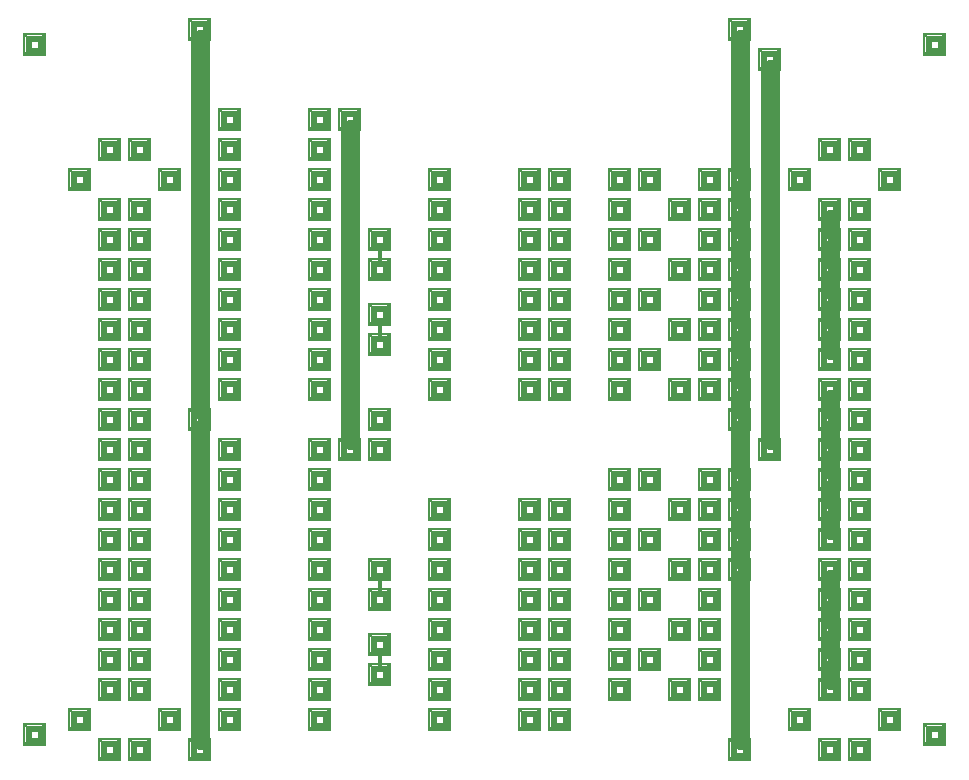
<source format=gtl>
%MOIN*%
%FSLAX23Y23*%
%ADD10C,.012*%
%ADD11C,.062*%
%ADD12C,.050X.024*%
%ADD13R,.062X.062X.024*%
%ADD14C,.016*%
%ADD15R,.008X.062*%
%ADD16R,.062X.008*%
%ADD17C,.008*%
%LPD*%
G90*X0Y0D02*D13*X100Y150D03*D14*X131Y181D03*      
Y119D03*X69Y181D03*Y119D03*D15*X135Y150D03*X65D03*
D16*X100Y185D03*Y115D03*D13*X250Y200D03*D14*      
X281Y231D03*Y169D03*X219Y231D03*Y169D03*D15*      
X285Y200D03*X215D03*D16*X250Y235D03*Y165D03*D13*  
X350Y100D03*D14*X381Y131D03*Y69D03*X319Y131D03*   
Y69D03*D15*X385Y100D03*X315D03*D16*X350Y135D03*   
Y65D03*D13*Y300D03*D14*X381Y331D03*Y269D03*       
X319Y331D03*Y269D03*D15*X385Y300D03*X315D03*D16*  
X350Y335D03*Y265D03*D13*Y400D03*D14*X381Y431D03*  
Y369D03*X319Y431D03*Y369D03*D15*X385Y400D03*      
X315D03*D16*X350Y435D03*Y365D03*D13*X450Y100D03*  
D14*X481Y131D03*Y69D03*X419Y131D03*Y69D03*D15*    
X485Y100D03*X415D03*D16*X450Y135D03*Y65D03*D13*   
Y300D03*D14*X481Y331D03*Y269D03*X419Y331D03*      
Y269D03*D15*X485Y300D03*X415D03*D16*X450Y335D03*  
Y265D03*D13*Y400D03*D14*X481Y431D03*Y369D03*      
X419Y431D03*Y369D03*D15*X485Y400D03*X415D03*D16*  
X450Y435D03*Y365D03*D13*Y500D03*D14*X481Y531D03*  
Y469D03*X419Y531D03*Y469D03*D15*X485Y500D03*      
X415D03*D16*X450Y535D03*Y465D03*D13*X350Y500D03*  
D14*X381Y531D03*Y469D03*X319Y531D03*Y469D03*D15*  
X385Y500D03*X315D03*D16*X350Y535D03*Y465D03*D13*  
X550Y200D03*D14*X581Y231D03*Y169D03*X519Y231D03*  
Y169D03*D15*X585Y200D03*X515D03*D16*X550Y235D03*  
Y165D03*D13*X450Y600D03*D14*X481Y631D03*Y569D03*  
X419Y631D03*Y569D03*D15*X485Y600D03*X415D03*D16*  
X450Y635D03*Y565D03*D13*X350Y600D03*D14*          
X381Y631D03*Y569D03*X319Y631D03*Y569D03*D15*      
X385Y600D03*X315D03*D16*X350Y635D03*Y565D03*D13*  
X650Y100D03*D14*X681Y131D03*Y69D03*X619Y131D03*   
Y69D03*D15*X685Y100D03*X615D03*D16*X650Y135D03*   
Y65D03*Y131D02*D11*Y1169D01*D13*Y1200D03*D14*     
X681Y1231D03*Y1169D03*X619Y1231D03*Y1169D03*D15*  
X685Y1200D03*X615D03*D16*X650Y1235D03*Y1165D03*   
Y1231D02*D11*Y2469D01*D13*Y2500D03*D14*           
X681Y2531D03*Y2469D03*X619Y2531D03*Y2469D03*D15*  
X685Y2500D03*X615D03*D16*X650Y2535D03*Y2465D03*   
D13*X750Y2200D03*D14*X781Y2231D03*Y2169D03*       
X719Y2231D03*Y2169D03*D15*X785Y2200D03*X715D03*   
D16*X750Y2235D03*Y2165D03*D13*X1050Y2100D03*D14*  
X1081Y2131D03*Y2069D03*X1019Y2131D03*Y2069D03*D15*
X1085Y2100D03*X1015D03*D16*X1050Y2135D03*Y2065D03*
D13*Y2200D03*D14*X1081Y2231D03*Y2169D03*          
X1019Y2231D03*Y2169D03*D15*X1085Y2200D03*X1015D03*
D16*X1050Y2235D03*Y2165D03*D13*X350Y2100D03*D14*  
X381Y2131D03*Y2069D03*X319Y2131D03*Y2069D03*D15*  
X385Y2100D03*X315D03*D16*X350Y2135D03*Y2065D03*   
D13*X450Y2100D03*D14*X481Y2131D03*Y2069D03*       
X419Y2131D03*Y2069D03*D15*X485Y2100D03*X415D03*   
D16*X450Y2135D03*Y2065D03*D13*X750Y2100D03*D14*   
X781Y2131D03*Y2069D03*X719Y2131D03*Y2069D03*D15*  
X785Y2100D03*X715D03*D16*X750Y2135D03*Y2065D03*   
D13*X250Y2000D03*D14*X281Y2031D03*Y1969D03*       
X219Y2031D03*Y1969D03*D15*X285Y2000D03*X215D03*   
D16*X250Y2035D03*Y1965D03*D13*X1150Y2200D03*D14*  
X1181Y2231D03*Y2169D03*X1119Y2231D03*Y2169D03*D15*
X1185Y2200D03*X1115D03*D16*X1150Y2235D03*Y2165D03*
Y2169D02*D11*Y1131D01*D13*Y1100D03*D14*           
X1181Y1131D03*Y1069D03*X1119Y1131D03*Y1069D03*D15*
X1185Y1100D03*X1115D03*D16*X1150Y1135D03*Y1065D03*
D13*X1250Y1200D03*D14*X1281Y1231D03*Y1169D03*     
X1219Y1231D03*Y1169D03*D15*X1285Y1200D03*X1215D03*
D16*X1250Y1235D03*Y1165D03*D13*X1050Y1000D03*D14* 
X1081Y1031D03*Y969D03*X1019Y1031D03*Y969D03*D15*  
X1085Y1000D03*X1015D03*D16*X1050Y1035D03*Y965D03* 
D13*X1250Y1100D03*D14*X1281Y1131D03*Y1069D03*     
X1219Y1131D03*Y1069D03*D15*X1285Y1100D03*X1215D03*
D16*X1250Y1135D03*Y1065D03*D13*X1050Y1100D03*D14* 
X1081Y1131D03*Y1069D03*X1019Y1131D03*Y1069D03*D15*
X1085Y1100D03*X1015D03*D16*X1050Y1135D03*Y1065D03*
D13*Y900D03*D14*X1081Y931D03*Y869D03*X1019Y931D03*
Y869D03*D15*X1085Y900D03*X1015D03*D16*            
X1050Y935D03*Y865D03*D13*Y1300D03*D14*            
X1081Y1331D03*Y1269D03*X1019Y1331D03*Y1269D03*D15*
X1085Y1300D03*X1015D03*D16*X1050Y1335D03*Y1265D03*
D13*X1450Y800D03*D14*X1481Y831D03*Y769D03*        
X1419Y831D03*Y769D03*D15*X1485Y800D03*X1415D03*   
D16*X1450Y835D03*Y765D03*D13*Y1400D03*D14*        
X1481Y1431D03*Y1369D03*X1419Y1431D03*Y1369D03*D15*
X1485Y1400D03*X1415D03*D16*X1450Y1435D03*Y1365D03*
D13*Y900D03*D14*X1481Y931D03*Y869D03*X1419Y931D03*
Y869D03*D15*X1485Y900D03*X1415D03*D16*            
X1450Y935D03*Y865D03*D13*X1050Y800D03*D14*        
X1081Y831D03*Y769D03*X1019Y831D03*Y769D03*D15*    
X1085Y800D03*X1015D03*D16*X1050Y835D03*Y765D03*   
D13*Y1400D03*D14*X1081Y1431D03*Y1369D03*          
X1019Y1431D03*Y1369D03*D15*X1085Y1400D03*X1015D03*
D16*X1050Y1435D03*Y1365D03*D13*X1450Y1300D03*D14* 
X1481Y1331D03*Y1269D03*X1419Y1331D03*Y1269D03*D15*
X1485Y1300D03*X1415D03*D16*X1450Y1335D03*Y1265D03*
D13*X1250Y1450D03*D14*X1281Y1481D03*Y1419D03*     
X1219Y1481D03*Y1419D03*D15*X1285Y1450D03*X1215D03*
D16*X1250Y1485D03*Y1415D03*Y1481D02*D10*Y1519D01* 
D13*Y1550D03*D14*X1281Y1581D03*Y1519D03*          
X1219Y1581D03*Y1519D03*D15*X1285Y1550D03*X1215D03*
D16*X1250Y1585D03*Y1515D03*D13*Y1700D03*D14*      
X1281Y1731D03*Y1669D03*X1219Y1731D03*Y1669D03*D15*
X1285Y1700D03*X1215D03*D16*X1250Y1735D03*Y1665D03*
Y1731D02*D10*Y1769D01*D13*Y1800D03*D14*           
X1281Y1831D03*Y1769D03*X1219Y1831D03*Y1769D03*D15*
X1285Y1800D03*X1215D03*D16*X1250Y1835D03*Y1765D03*
D13*X1450Y1600D03*D14*X1481Y1631D03*Y1569D03*     
X1419Y1631D03*Y1569D03*D15*X1485Y1600D03*X1415D03*
D16*X1450Y1635D03*Y1565D03*D13*Y2000D03*D14*      
X1481Y2031D03*Y1969D03*X1419Y2031D03*Y1969D03*D15*
X1485Y2000D03*X1415D03*D16*X1450Y2035D03*Y1965D03*
D13*X1050Y2000D03*D14*X1081Y2031D03*Y1969D03*     
X1019Y2031D03*Y1969D03*D15*X1085Y2000D03*X1015D03*
D16*X1050Y2035D03*Y1965D03*D13*Y1600D03*D14*      
X1081Y1631D03*Y1569D03*X1019Y1631D03*Y1569D03*D15*
X1085Y1600D03*X1015D03*D16*X1050Y1635D03*Y1565D03*
D13*X1450Y1700D03*D14*X1481Y1731D03*Y1669D03*     
X1419Y1731D03*Y1669D03*D15*X1485Y1700D03*X1415D03*
D16*X1450Y1735D03*Y1665D03*D13*X1050Y1900D03*D14* 
X1081Y1931D03*Y1869D03*X1019Y1931D03*Y1869D03*D15*
X1085Y1900D03*X1015D03*D16*X1050Y1935D03*Y1865D03*
D13*X1450Y1800D03*D14*X1481Y1831D03*Y1769D03*     
X1419Y1831D03*Y1769D03*D15*X1485Y1800D03*X1415D03*
D16*X1450Y1835D03*Y1765D03*D13*X1050Y1800D03*D14* 
X1081Y1831D03*Y1769D03*X1019Y1831D03*Y1769D03*D15*
X1085Y1800D03*X1015D03*D16*X1050Y1835D03*Y1765D03*
D13*X1450Y1900D03*D14*X1481Y1931D03*Y1869D03*     
X1419Y1931D03*Y1869D03*D15*X1485Y1900D03*X1415D03*
D16*X1450Y1935D03*Y1865D03*D13*X1050Y1700D03*D14* 
X1081Y1731D03*Y1669D03*X1019Y1731D03*Y1669D03*D15*
X1085Y1700D03*X1015D03*D16*X1050Y1735D03*Y1665D03*
D13*Y1500D03*D14*X1081Y1531D03*Y1469D03*          
X1019Y1531D03*Y1469D03*D15*X1085Y1500D03*X1015D03*
D16*X1050Y1535D03*Y1465D03*D13*X1450Y1500D03*D14* 
X1481Y1531D03*Y1469D03*X1419Y1531D03*Y1469D03*D15*
X1485Y1500D03*X1415D03*D16*X1450Y1535D03*Y1465D03*
D13*X1750Y1300D03*D14*X1781Y1331D03*Y1269D03*     
X1719Y1331D03*Y1269D03*D15*X1785Y1300D03*X1715D03*
D16*X1750Y1335D03*Y1265D03*D13*X750Y1300D03*D14*  
X781Y1331D03*Y1269D03*X719Y1331D03*Y1269D03*D15*  
X785Y1300D03*X715D03*D16*X750Y1335D03*Y1265D03*   
D13*X1750Y1400D03*D14*X1781Y1431D03*Y1369D03*     
X1719Y1431D03*Y1369D03*D15*X1785Y1400D03*X1715D03*
D16*X1750Y1435D03*Y1365D03*D13*Y1500D03*D14*      
X1781Y1531D03*Y1469D03*X1719Y1531D03*Y1469D03*D15*
X1785Y1500D03*X1715D03*D16*X1750Y1535D03*Y1465D03*
D13*Y1600D03*D14*X1781Y1631D03*Y1569D03*          
X1719Y1631D03*Y1569D03*D15*X1785Y1600D03*X1715D03*
D16*X1750Y1635D03*Y1565D03*D13*X750Y2000D03*D14*  
X781Y2031D03*Y1969D03*X719Y2031D03*Y1969D03*D15*  
X785Y2000D03*X715D03*D16*X750Y2035D03*Y1965D03*   
D13*X1750Y1700D03*D14*X1781Y1731D03*Y1669D03*     
X1719Y1731D03*Y1669D03*D15*X1785Y1700D03*X1715D03*
D16*X1750Y1735D03*Y1665D03*D13*X750Y1900D03*D14*  
X781Y1931D03*Y1869D03*X719Y1931D03*Y1869D03*D15*  
X785Y1900D03*X715D03*D16*X750Y1935D03*Y1865D03*   
D13*X1750Y1800D03*D14*X1781Y1831D03*Y1769D03*     
X1719Y1831D03*Y1769D03*D15*X1785Y1800D03*X1715D03*
D16*X1750Y1835D03*Y1765D03*D13*X750Y1800D03*D14*  
X781Y1831D03*Y1769D03*X719Y1831D03*Y1769D03*D15*  
X785Y1800D03*X715D03*D16*X750Y1835D03*Y1765D03*   
D13*X1750Y1900D03*D14*X1781Y1931D03*Y1869D03*     
X1719Y1931D03*Y1869D03*D15*X1785Y1900D03*X1715D03*
D16*X1750Y1935D03*Y1865D03*D13*X750Y1700D03*D14*  
X781Y1731D03*Y1669D03*X719Y1731D03*Y1669D03*D15*  
X785Y1700D03*X715D03*D16*X750Y1735D03*Y1665D03*   
D13*X1750Y2000D03*D14*X1781Y2031D03*Y1969D03*     
X1719Y2031D03*Y1969D03*D15*X1785Y2000D03*X1715D03*
D16*X1750Y2035D03*Y1965D03*D13*X750Y1600D03*D14*  
X781Y1631D03*Y1569D03*X719Y1631D03*Y1569D03*D15*  
X785Y1600D03*X715D03*D16*X750Y1635D03*Y1565D03*   
D13*Y1500D03*D14*X781Y1531D03*Y1469D03*           
X719Y1531D03*Y1469D03*D15*X785Y1500D03*X715D03*   
D16*X750Y1535D03*Y1465D03*D13*Y1400D03*D14*       
X781Y1431D03*Y1369D03*X719Y1431D03*Y1369D03*D15*  
X785Y1400D03*X715D03*D16*X750Y1435D03*Y1365D03*   
D13*X1850Y1300D03*D14*X1881Y1331D03*Y1269D03*     
X1819Y1331D03*Y1269D03*D15*X1885Y1300D03*X1815D03*
D16*X1850Y1335D03*Y1265D03*D13*Y1400D03*D14*      
X1881Y1431D03*Y1369D03*X1819Y1431D03*Y1369D03*D15*
X1885Y1400D03*X1815D03*D16*X1850Y1435D03*Y1365D03*
D13*Y1500D03*D14*X1881Y1531D03*Y1469D03*          
X1819Y1531D03*Y1469D03*D15*X1885Y1500D03*X1815D03*
D16*X1850Y1535D03*Y1465D03*D13*Y1600D03*D14*      
X1881Y1631D03*Y1569D03*X1819Y1631D03*Y1569D03*D15*
X1885Y1600D03*X1815D03*D16*X1850Y1635D03*Y1565D03*
D13*Y1700D03*D14*X1881Y1731D03*Y1669D03*          
X1819Y1731D03*Y1669D03*D15*X1885Y1700D03*X1815D03*
D16*X1850Y1735D03*Y1665D03*D13*Y1800D03*D14*      
X1881Y1831D03*Y1769D03*X1819Y1831D03*Y1769D03*D15*
X1885Y1800D03*X1815D03*D16*X1850Y1835D03*Y1765D03*
D13*Y1900D03*D14*X1881Y1931D03*Y1869D03*          
X1819Y1931D03*Y1869D03*D15*X1885Y1900D03*X1815D03*
D16*X1850Y1935D03*Y1865D03*D13*Y2000D03*D14*      
X1881Y2031D03*Y1969D03*X1819Y2031D03*Y1969D03*D15*
X1885Y2000D03*X1815D03*D16*X1850Y2035D03*Y1965D03*
D13*X750Y1100D03*D14*X781Y1131D03*Y1069D03*       
X719Y1131D03*Y1069D03*D15*X785Y1100D03*X715D03*   
D16*X750Y1135D03*Y1065D03*D13*X550Y2000D03*D14*   
X581Y2031D03*Y1969D03*X519Y2031D03*Y1969D03*D15*  
X585Y2000D03*X515D03*D16*X550Y2035D03*Y1965D03*   
D13*X2050Y1000D03*D14*X2081Y1031D03*Y969D03*      
X2019Y1031D03*Y969D03*D15*X2085Y1000D03*X2015D03* 
D16*X2050Y1035D03*Y965D03*D13*X450Y1000D03*D14*   
X481Y1031D03*Y969D03*X419Y1031D03*Y969D03*D15*    
X485Y1000D03*X415D03*D16*X450Y1035D03*Y965D03*D13*
X2050Y1300D03*D14*X2081Y1331D03*Y1269D03*         
X2019Y1331D03*Y1269D03*D15*X2085Y1300D03*X2015D03*
D16*X2050Y1335D03*Y1265D03*D13*X750Y1000D03*D14*  
X781Y1031D03*Y969D03*X719Y1031D03*Y969D03*D15*    
X785Y1000D03*X715D03*D16*X750Y1035D03*Y965D03*D13*
X2050Y1400D03*D14*X2081Y1431D03*Y1369D03*         
X2019Y1431D03*Y1369D03*D15*X2085Y1400D03*X2015D03*
D16*X2050Y1435D03*Y1365D03*D13*Y1500D03*D14*      
X2081Y1531D03*Y1469D03*X2019Y1531D03*Y1469D03*D15*
X2085Y1500D03*X2015D03*D16*X2050Y1535D03*Y1465D03*
D13*Y1600D03*D14*X2081Y1631D03*Y1569D03*          
X2019Y1631D03*Y1569D03*D15*X2085Y1600D03*X2015D03*
D16*X2050Y1635D03*Y1565D03*D13*Y1700D03*D14*      
X2081Y1731D03*Y1669D03*X2019Y1731D03*Y1669D03*D15*
X2085Y1700D03*X2015D03*D16*X2050Y1735D03*Y1665D03*
D13*X450Y1900D03*D14*X481Y1931D03*Y1869D03*       
X419Y1931D03*Y1869D03*D15*X485Y1900D03*X415D03*   
D16*X450Y1935D03*Y1865D03*D13*X2050Y1800D03*D14*  
X2081Y1831D03*Y1769D03*X2019Y1831D03*Y1769D03*D15*
X2085Y1800D03*X2015D03*D16*X2050Y1835D03*Y1765D03*
D13*X450Y1800D03*D14*X481Y1831D03*Y1769D03*       
X419Y1831D03*Y1769D03*D15*X485Y1800D03*X415D03*   
D16*X450Y1835D03*Y1765D03*D13*X2050Y1900D03*D14*  
X2081Y1931D03*Y1869D03*X2019Y1931D03*Y1869D03*D15*
X2085Y1900D03*X2015D03*D16*X2050Y1935D03*Y1865D03*
D13*X450Y1700D03*D14*X481Y1731D03*Y1669D03*       
X419Y1731D03*Y1669D03*D15*X485Y1700D03*X415D03*   
D16*X450Y1735D03*Y1665D03*D13*X2050Y2000D03*D14*  
X2081Y2031D03*Y1969D03*X2019Y2031D03*Y1969D03*D15*
X2085Y2000D03*X2015D03*D16*X2050Y2035D03*Y1965D03*
D13*X450Y1600D03*D14*X481Y1631D03*Y1569D03*       
X419Y1631D03*Y1569D03*D15*X485Y1600D03*X415D03*   
D16*X450Y1635D03*Y1565D03*D13*Y1500D03*D14*       
X481Y1531D03*Y1469D03*X419Y1531D03*Y1469D03*D15*  
X485Y1500D03*X415D03*D16*X450Y1535D03*Y1465D03*   
D13*Y1400D03*D14*X481Y1431D03*Y1369D03*           
X419Y1431D03*Y1369D03*D15*X485Y1400D03*X415D03*   
D16*X450Y1435D03*Y1365D03*D13*Y1300D03*D14*       
X481Y1331D03*Y1269D03*X419Y1331D03*Y1269D03*D15*  
X485Y1300D03*X415D03*D16*X450Y1335D03*Y1265D03*   
D13*Y1200D03*D14*X481Y1231D03*Y1169D03*           
X419Y1231D03*Y1169D03*D15*X485Y1200D03*X415D03*   
D16*X450Y1235D03*Y1165D03*D13*Y1100D03*D14*       
X481Y1131D03*Y1069D03*X419Y1131D03*Y1069D03*D15*  
X485Y1100D03*X415D03*D16*X450Y1135D03*Y1065D03*   
D13*X350Y900D03*D14*X381Y931D03*Y869D03*          
X319Y931D03*Y869D03*D15*X385Y900D03*X315D03*D16*  
X350Y935D03*Y865D03*D13*X2150Y1000D03*D14*        
X2181Y1031D03*Y969D03*X2119Y1031D03*Y969D03*D15*  
X2185Y1000D03*X2115D03*D16*X2150Y1035D03*Y965D03* 
D13*X450Y900D03*D14*X481Y931D03*Y869D03*          
X419Y931D03*Y869D03*D15*X485Y900D03*X415D03*D16*  
X450Y935D03*Y865D03*D13*X750Y900D03*D14*          
X781Y931D03*Y869D03*X719Y931D03*Y869D03*D15*      
X785Y900D03*X715D03*D16*X750Y935D03*Y865D03*D13*  
X2150Y1400D03*D14*X2181Y1431D03*Y1369D03*         
X2119Y1431D03*Y1369D03*D15*X2185Y1400D03*X2115D03*
D16*X2150Y1435D03*Y1365D03*D13*Y1600D03*D14*      
X2181Y1631D03*Y1569D03*X2119Y1631D03*Y1569D03*D15*
X2185Y1600D03*X2115D03*D16*X2150Y1635D03*Y1565D03*
D13*X350Y1900D03*D14*X381Y1931D03*Y1869D03*       
X319Y1931D03*Y1869D03*D15*X385Y1900D03*X315D03*   
D16*X350Y1935D03*Y1865D03*D13*X2150Y1800D03*D14*  
X2181Y1831D03*Y1769D03*X2119Y1831D03*Y1769D03*D15*
X2185Y1800D03*X2115D03*D16*X2150Y1835D03*Y1765D03*
D13*X350Y1800D03*D14*X381Y1831D03*Y1769D03*       
X319Y1831D03*Y1769D03*D15*X385Y1800D03*X315D03*   
D16*X350Y1835D03*Y1765D03*D13*Y1700D03*D14*       
X381Y1731D03*Y1669D03*X319Y1731D03*Y1669D03*D15*  
X385Y1700D03*X315D03*D16*X350Y1735D03*Y1665D03*   
D13*X2150Y2000D03*D14*X2181Y2031D03*Y1969D03*     
X2119Y2031D03*Y1969D03*D15*X2185Y2000D03*X2115D03*
D16*X2150Y2035D03*Y1965D03*D13*X350Y1600D03*D14*  
X381Y1631D03*Y1569D03*X319Y1631D03*Y1569D03*D15*  
X385Y1600D03*X315D03*D16*X350Y1635D03*Y1565D03*   
D13*Y1500D03*D14*X381Y1531D03*Y1469D03*           
X319Y1531D03*Y1469D03*D15*X385Y1500D03*X315D03*   
D16*X350Y1535D03*Y1465D03*D13*Y1400D03*D14*       
X381Y1431D03*Y1369D03*X319Y1431D03*Y1369D03*D15*  
X385Y1400D03*X315D03*D16*X350Y1435D03*Y1365D03*   
D13*Y1300D03*D14*X381Y1331D03*Y1269D03*           
X319Y1331D03*Y1269D03*D15*X385Y1300D03*X315D03*   
D16*X350Y1335D03*Y1265D03*D13*X1750Y900D03*D14*   
X1781Y931D03*Y869D03*X1719Y931D03*Y869D03*D15*    
X1785Y900D03*X1715D03*D16*X1750Y935D03*Y865D03*   
D13*X350Y1200D03*D14*X381Y1231D03*Y1169D03*       
X319Y1231D03*Y1169D03*D15*X385Y1200D03*X315D03*   
D16*X350Y1235D03*Y1165D03*D13*X1850Y900D03*D14*   
X1881Y931D03*Y869D03*X1819Y931D03*Y869D03*D15*    
X1885Y900D03*X1815D03*D16*X1850Y935D03*Y865D03*   
D13*X350Y1100D03*D14*X381Y1131D03*Y1069D03*       
X319Y1131D03*Y1069D03*D15*X385Y1100D03*X315D03*   
D16*X350Y1135D03*Y1065D03*D13*Y1000D03*D14*       
X381Y1031D03*Y969D03*X319Y1031D03*Y969D03*D15*    
X385Y1000D03*X315D03*D16*X350Y1035D03*Y965D03*D13*
X2050Y900D03*D14*X2081Y931D03*Y869D03*            
X2019Y931D03*Y869D03*D15*X2085Y900D03*X2015D03*   
D16*X2050Y935D03*Y865D03*D13*X2250Y900D03*D14*    
X2281Y931D03*Y869D03*X2219Y931D03*Y869D03*D15*    
X2285Y900D03*X2215D03*D16*X2250Y935D03*Y865D03*   
D13*X350Y800D03*D14*X381Y831D03*Y769D03*          
X319Y831D03*Y769D03*D15*X385Y800D03*X315D03*D16*  
X350Y835D03*Y765D03*D13*X450Y800D03*D14*          
X481Y831D03*Y769D03*X419Y831D03*Y769D03*D15*      
X485Y800D03*X415D03*D16*X450Y835D03*Y765D03*D13*  
X2250Y1300D03*D14*X2281Y1331D03*Y1269D03*         
X2219Y1331D03*Y1269D03*D15*X2285Y1300D03*X2215D03*
D16*X2250Y1335D03*Y1265D03*D13*X750Y800D03*D14*   
X781Y831D03*Y769D03*X719Y831D03*Y769D03*D15*      
X785Y800D03*X715D03*D16*X750Y835D03*Y765D03*D13*  
X2250Y1500D03*D14*X2281Y1531D03*Y1469D03*         
X2219Y1531D03*Y1469D03*D15*X2285Y1500D03*X2215D03*
D16*X2250Y1535D03*Y1465D03*D13*Y1700D03*D14*      
X2281Y1731D03*Y1669D03*X2219Y1731D03*Y1669D03*D15*
X2285Y1700D03*X2215D03*D16*X2250Y1735D03*Y1665D03*
D13*Y1900D03*D14*X2281Y1931D03*Y1869D03*          
X2219Y1931D03*Y1869D03*D15*X2285Y1900D03*X2215D03*
D16*X2250Y1935D03*Y1865D03*D13*X1750Y800D03*D14*  
X1781Y831D03*Y769D03*X1719Y831D03*Y769D03*D15*    
X1785Y800D03*X1715D03*D16*X1750Y835D03*Y765D03*   
D13*X1850Y800D03*D14*X1881Y831D03*Y769D03*        
X1819Y831D03*Y769D03*D15*X1885Y800D03*X1815D03*   
D16*X1850Y835D03*Y765D03*D13*X2050Y800D03*D14*    
X2081Y831D03*Y769D03*X2019Y831D03*Y769D03*D15*    
X2085Y800D03*X2015D03*D16*X2050Y835D03*Y765D03*   
D13*X2150Y800D03*D14*X2181Y831D03*Y769D03*        
X2119Y831D03*Y769D03*D15*X2185Y800D03*X2115D03*   
D16*X2150Y835D03*Y765D03*D13*X2350Y700D03*D14*    
X2381Y731D03*Y669D03*X2319Y731D03*Y669D03*D15*    
X2385Y700D03*X2315D03*D16*X2350Y735D03*Y665D03*   
D13*Y800D03*D14*X2381Y831D03*Y769D03*X2319Y831D03*
Y769D03*D15*X2385Y800D03*X2315D03*D16*            
X2350Y835D03*Y765D03*D13*Y900D03*D14*X2381Y931D03*
Y869D03*X2319Y931D03*Y869D03*D15*X2385Y900D03*    
X2315D03*D16*X2350Y935D03*Y865D03*D13*X350Y700D03*
D14*X381Y731D03*Y669D03*X319Y731D03*Y669D03*D15*  
X385Y700D03*X315D03*D16*X350Y735D03*Y665D03*D13*  
X2350Y1000D03*D14*X2381Y1031D03*Y969D03*          
X2319Y1031D03*Y969D03*D15*X2385Y1000D03*X2315D03* 
D16*X2350Y1035D03*Y965D03*D13*X450Y700D03*D14*    
X481Y731D03*Y669D03*X419Y731D03*Y669D03*D15*      
X485Y700D03*X415D03*D16*X450Y735D03*Y665D03*D13*  
X2350Y1300D03*D14*X2381Y1331D03*Y1269D03*         
X2319Y1331D03*Y1269D03*D15*X2385Y1300D03*X2315D03*
D16*X2350Y1335D03*Y1265D03*D13*X750Y700D03*D14*   
X781Y731D03*Y669D03*X719Y731D03*Y669D03*D15*      
X785Y700D03*X715D03*D16*X750Y735D03*Y665D03*D13*  
X2350Y1400D03*D14*X2381Y1431D03*Y1369D03*         
X2319Y1431D03*Y1369D03*D15*X2385Y1400D03*X2315D03*
D16*X2350Y1435D03*Y1365D03*D13*Y1500D03*D14*      
X2381Y1531D03*Y1469D03*X2319Y1531D03*Y1469D03*D15*
X2385Y1500D03*X2315D03*D16*X2350Y1535D03*Y1465D03*
D13*Y1600D03*D14*X2381Y1631D03*Y1569D03*          
X2319Y1631D03*Y1569D03*D15*X2385Y1600D03*X2315D03*
D16*X2350Y1635D03*Y1565D03*D13*X1050Y700D03*D14*  
X1081Y731D03*Y669D03*X1019Y731D03*Y669D03*D15*    
X1085Y700D03*X1015D03*D16*X1050Y735D03*Y665D03*   
D13*X2350Y1700D03*D14*X2381Y1731D03*Y1669D03*     
X2319Y1731D03*Y1669D03*D15*X2385Y1700D03*X2315D03*
D16*X2350Y1735D03*Y1665D03*D13*Y1800D03*D14*      
X2381Y1831D03*Y1769D03*X2319Y1831D03*Y1769D03*D15*
X2385Y1800D03*X2315D03*D16*X2350Y1835D03*Y1765D03*
D13*X1250Y700D03*D14*X1281Y731D03*Y669D03*        
X1219Y731D03*Y669D03*D15*X1285Y700D03*X1215D03*   
D16*X1250Y735D03*Y665D03*Y669D02*D10*Y631D01*D13* 
Y600D03*D14*X1281Y631D03*Y569D03*X1219Y631D03*    
Y569D03*D15*X1285Y600D03*X1215D03*D16*            
X1250Y635D03*Y565D03*D13*Y450D03*D14*X1281Y481D03*
Y419D03*X1219Y481D03*Y419D03*D15*X1285Y450D03*    
X1215D03*D16*X1250Y485D03*Y415D03*Y419D02*D10*    
Y381D01*D13*Y350D03*D14*X1281Y381D03*Y319D03*     
X1219Y381D03*Y319D03*D15*X1285Y350D03*X1215D03*   
D16*X1250Y385D03*Y315D03*D13*X1450Y200D03*D14*    
X1481Y231D03*Y169D03*X1419Y231D03*Y169D03*D15*    
X1485Y200D03*X1415D03*D16*X1450Y235D03*Y165D03*   
D13*X1050Y500D03*D14*X1081Y531D03*Y469D03*        
X1019Y531D03*Y469D03*D15*X1085Y500D03*X1015D03*   
D16*X1050Y535D03*Y465D03*D13*X1450Y300D03*D14*    
X1481Y331D03*Y269D03*X1419Y331D03*Y269D03*D15*    
X1485Y300D03*X1415D03*D16*X1450Y335D03*Y265D03*   
D13*X1050Y400D03*D14*X1081Y431D03*Y369D03*        
X1019Y431D03*Y369D03*D15*X1085Y400D03*X1015D03*   
D16*X1050Y435D03*Y365D03*D13*X1450Y400D03*D14*    
X1481Y431D03*Y369D03*X1419Y431D03*Y369D03*D15*    
X1485Y400D03*X1415D03*D16*X1450Y435D03*Y365D03*   
D13*X1050Y300D03*D14*X1081Y331D03*Y269D03*        
X1019Y331D03*Y269D03*D15*X1085Y300D03*X1015D03*   
D16*X1050Y335D03*Y265D03*D13*X1450Y500D03*D14*    
X1481Y531D03*Y469D03*X1419Y531D03*Y469D03*D15*    
X1485Y500D03*X1415D03*D16*X1450Y535D03*Y465D03*   
D13*X1050Y200D03*D14*X1081Y231D03*Y169D03*        
X1019Y231D03*Y169D03*D15*X1085Y200D03*X1015D03*   
D16*X1050Y235D03*Y165D03*D13*X1450Y600D03*D14*    
X1481Y631D03*Y569D03*X1419Y631D03*Y569D03*D15*    
X1485Y600D03*X1415D03*D16*X1450Y635D03*Y565D03*   
D13*X1050Y600D03*D14*X1081Y631D03*Y569D03*        
X1019Y631D03*Y569D03*D15*X1085Y600D03*X1015D03*   
D16*X1050Y635D03*Y565D03*D13*X1450Y700D03*D14*    
X1481Y731D03*Y669D03*X1419Y731D03*Y669D03*D15*    
X1485Y700D03*X1415D03*D16*X1450Y735D03*Y665D03*   
D13*X750Y600D03*D14*X781Y631D03*Y569D03*          
X719Y631D03*Y569D03*D15*X785Y600D03*X715D03*D16*  
X750Y635D03*Y565D03*D13*X1750Y200D03*D14*         
X1781Y231D03*Y169D03*X1719Y231D03*Y169D03*D15*    
X1785Y200D03*X1715D03*D16*X1750Y235D03*Y165D03*   
D13*X750Y500D03*D14*X781Y531D03*Y469D03*          
X719Y531D03*Y469D03*D15*X785Y500D03*X715D03*D16*  
X750Y535D03*Y465D03*D13*X1750Y300D03*D14*         
X1781Y331D03*Y269D03*X1719Y331D03*Y269D03*D15*    
X1785Y300D03*X1715D03*D16*X1750Y335D03*Y265D03*   
D13*X750Y400D03*D14*X781Y431D03*Y369D03*          
X719Y431D03*Y369D03*D15*X785Y400D03*X715D03*D16*  
X750Y435D03*Y365D03*D13*X1750Y400D03*D14*         
X1781Y431D03*Y369D03*X1719Y431D03*Y369D03*D15*    
X1785Y400D03*X1715D03*D16*X1750Y435D03*Y365D03*   
D13*X750Y300D03*D14*X781Y331D03*Y269D03*          
X719Y331D03*Y269D03*D15*X785Y300D03*X715D03*D16*  
X750Y335D03*Y265D03*D13*X1750Y500D03*D14*         
X1781Y531D03*Y469D03*X1719Y531D03*Y469D03*D15*    
X1785Y500D03*X1715D03*D16*X1750Y535D03*Y465D03*   
D13*X750Y200D03*D14*X781Y231D03*Y169D03*          
X719Y231D03*Y169D03*D15*X785Y200D03*X715D03*D16*  
X750Y235D03*Y165D03*D13*X1750Y600D03*D14*         
X1781Y631D03*Y569D03*X1719Y631D03*Y569D03*D15*    
X1785Y600D03*X1715D03*D16*X1750Y635D03*Y565D03*   
D13*Y700D03*D14*X1781Y731D03*Y669D03*X1719Y731D03*
Y669D03*D15*X1785Y700D03*X1715D03*D16*            
X1750Y735D03*Y665D03*D13*X1850Y200D03*D14*        
X1881Y231D03*Y169D03*X1819Y231D03*Y169D03*D15*    
X1885Y200D03*X1815D03*D16*X1850Y235D03*Y165D03*   
D13*Y300D03*D14*X1881Y331D03*Y269D03*X1819Y331D03*
Y269D03*D15*X1885Y300D03*X1815D03*D16*            
X1850Y335D03*Y265D03*D13*Y400D03*D14*X1881Y431D03*
Y369D03*X1819Y431D03*Y369D03*D15*X1885Y400D03*    
X1815D03*D16*X1850Y435D03*Y365D03*D13*Y500D03*D14*
X1881Y531D03*Y469D03*X1819Y531D03*Y469D03*D15*    
X1885Y500D03*X1815D03*D16*X1850Y535D03*Y465D03*   
D13*Y600D03*D14*X1881Y631D03*Y569D03*X1819Y631D03*
Y569D03*D15*X1885Y600D03*X1815D03*D16*            
X1850Y635D03*Y565D03*D13*Y700D03*D14*X1881Y731D03*
Y669D03*X1819Y731D03*Y669D03*D15*X1885Y700D03*    
X1815D03*D16*X1850Y735D03*Y665D03*D13*            
X2050Y300D03*D14*X2081Y331D03*Y269D03*            
X2019Y331D03*Y269D03*D15*X2085Y300D03*X2015D03*   
D16*X2050Y335D03*Y265D03*D13*Y400D03*D14*         
X2081Y431D03*Y369D03*X2019Y431D03*Y369D03*D15*    
X2085Y400D03*X2015D03*D16*X2050Y435D03*Y365D03*   
D13*Y500D03*D14*X2081Y531D03*Y469D03*X2019Y531D03*
Y469D03*D15*X2085Y500D03*X2015D03*D16*            
X2050Y535D03*Y465D03*D13*Y600D03*D14*X2081Y631D03*
Y569D03*X2019Y631D03*Y569D03*D15*X2085Y600D03*    
X2015D03*D16*X2050Y635D03*Y565D03*D13*Y700D03*D14*
X2081Y731D03*Y669D03*X2019Y731D03*Y669D03*D15*    
X2085Y700D03*X2015D03*D16*X2050Y735D03*Y665D03*   
D13*X2150Y400D03*D14*X2181Y431D03*Y369D03*        
X2119Y431D03*Y369D03*D15*X2185Y400D03*X2115D03*   
D16*X2150Y435D03*Y365D03*D13*Y600D03*D14*         
X2181Y631D03*Y569D03*X2119Y631D03*Y569D03*D15*    
X2185Y600D03*X2115D03*D16*X2150Y635D03*Y565D03*   
D13*X2250Y300D03*D14*X2281Y331D03*Y269D03*        
X2219Y331D03*Y269D03*D15*X2285Y300D03*X2215D03*   
D16*X2250Y335D03*Y265D03*D13*Y500D03*D14*         
X2281Y531D03*Y469D03*X2219Y531D03*Y469D03*D15*    
X2285Y500D03*X2215D03*D16*X2250Y535D03*Y465D03*   
D13*Y700D03*D14*X2281Y731D03*Y669D03*X2219Y731D03*
Y669D03*D15*X2285Y700D03*X2215D03*D16*            
X2250Y735D03*Y665D03*D13*X2350Y300D03*D14*        
X2381Y331D03*Y269D03*X2319Y331D03*Y269D03*D15*    
X2385Y300D03*X2315D03*D16*X2350Y335D03*Y265D03*   
D13*Y400D03*D14*X2381Y431D03*Y369D03*X2319Y431D03*
Y369D03*D15*X2385Y400D03*X2315D03*D16*            
X2350Y435D03*Y365D03*D13*Y500D03*D14*X2381Y531D03*
Y469D03*X2319Y531D03*Y469D03*D15*X2385Y500D03*    
X2315D03*D16*X2350Y535D03*Y465D03*D13*Y600D03*D14*
X2381Y631D03*Y569D03*X2319Y631D03*Y569D03*D15*    
X2385Y600D03*X2315D03*D16*X2350Y635D03*Y565D03*   
D13*X2450Y100D03*D14*X2481Y131D03*Y69D03*         
X2419Y131D03*Y69D03*D15*X2485Y100D03*X2415D03*D16*
X2450Y135D03*Y65D03*Y131D02*D11*Y669D01*D13*      
Y700D03*D14*X2481Y731D03*Y669D03*X2419Y731D03*    
Y669D03*D15*X2485Y700D03*X2415D03*D16*            
X2450Y735D03*Y665D03*Y731D02*D11*Y769D01*D13*     
Y800D03*D14*X2481Y831D03*Y769D03*X2419Y831D03*    
Y769D03*D15*X2485Y800D03*X2415D03*D16*            
X2450Y835D03*Y765D03*Y831D02*D11*Y869D01*D13*     
Y900D03*D14*X2481Y931D03*Y869D03*X2419Y931D03*    
Y869D03*D15*X2485Y900D03*X2415D03*D16*            
X2450Y935D03*Y865D03*Y931D02*D11*Y969D01*D13*     
Y1000D03*D14*X2481Y1031D03*Y969D03*X2419Y1031D03* 
Y969D03*D15*X2485Y1000D03*X2415D03*D16*           
X2450Y1035D03*Y965D03*Y1031D02*D11*Y1169D01*D13*  
Y1200D03*D14*X2481Y1231D03*Y1169D03*X2419Y1231D03*
Y1169D03*D15*X2485Y1200D03*X2415D03*D16*          
X2450Y1235D03*Y1165D03*Y1231D02*D11*Y1269D01*D13* 
Y1300D03*D14*X2481Y1331D03*Y1269D03*X2419Y1331D03*
Y1269D03*D15*X2485Y1300D03*X2415D03*D16*          
X2450Y1335D03*Y1265D03*Y1331D02*D11*Y1369D01*D13* 
Y1400D03*D14*X2481Y1431D03*Y1369D03*X2419Y1431D03*
Y1369D03*D15*X2485Y1400D03*X2415D03*D16*          
X2450Y1435D03*Y1365D03*Y1431D02*D11*Y1469D01*D13* 
Y1500D03*D14*X2481Y1531D03*Y1469D03*X2419Y1531D03*
Y1469D03*D15*X2485Y1500D03*X2415D03*D16*          
X2450Y1535D03*Y1465D03*Y1531D02*D11*Y1569D01*D13* 
Y1600D03*D14*X2481Y1631D03*Y1569D03*X2419Y1631D03*
Y1569D03*D15*X2485Y1600D03*X2415D03*D16*          
X2450Y1635D03*Y1565D03*Y1631D02*D11*Y1669D01*D13* 
Y1700D03*D14*X2481Y1731D03*Y1669D03*X2419Y1731D03*
Y1669D03*D15*X2485Y1700D03*X2415D03*D16*          
X2450Y1735D03*Y1665D03*Y1731D02*D11*Y1769D01*D13* 
Y1800D03*D14*X2481Y1831D03*Y1769D03*X2419Y1831D03*
Y1769D03*D15*X2485Y1800D03*X2415D03*D16*          
X2450Y1835D03*Y1765D03*Y1831D02*D11*Y1869D01*D13* 
Y1900D03*D14*X2481Y1931D03*Y1869D03*X2419Y1931D03*
Y1869D03*D15*X2485Y1900D03*X2415D03*D16*          
X2450Y1935D03*Y1865D03*Y1931D02*D11*Y1969D01*D13* 
Y2000D03*D14*X2481Y2031D03*Y1969D03*X2419Y2031D03*
Y1969D03*D15*X2485Y2000D03*X2415D03*D16*          
X2450Y2035D03*Y1965D03*Y2031D02*D11*Y2469D01*D13* 
Y2500D03*D14*X2481Y2531D03*Y2469D03*X2419Y2531D03*
Y2469D03*D15*X2485Y2500D03*X2415D03*D16*          
X2450Y2535D03*Y2465D03*D13*X2550Y2400D03*D14*     
X2581Y2431D03*Y2369D03*X2519Y2431D03*Y2369D03*D15*
X2585Y2400D03*X2515D03*D16*X2550Y2435D03*Y2365D03*
Y2369D02*D11*Y1131D01*D13*Y1100D03*D14*           
X2581Y1131D03*Y1069D03*X2519Y1131D03*Y1069D03*D15*
X2585Y1100D03*X2515D03*D16*X2550Y1135D03*Y1065D03*
D13*X2750Y900D03*D14*X2781Y931D03*Y869D03*        
X2719Y931D03*Y869D03*D15*X2785Y900D03*X2715D03*   
D16*X2750Y935D03*Y865D03*Y869D02*D11*Y831D01*D13* 
Y800D03*D14*X2781Y831D03*Y769D03*X2719Y831D03*    
Y769D03*D15*X2785Y800D03*X2715D03*D16*            
X2750Y835D03*Y765D03*D13*X2850Y700D03*D14*        
X2881Y731D03*Y669D03*X2819Y731D03*Y669D03*D15*    
X2885Y700D03*X2815D03*D16*X2850Y735D03*Y665D03*   
D13*Y900D03*D14*X2881Y931D03*Y869D03*X2819Y931D03*
Y869D03*D15*X2885Y900D03*X2815D03*D16*            
X2850Y935D03*Y865D03*D13*Y800D03*D14*X2881Y831D03*
Y769D03*X2819Y831D03*Y769D03*D15*X2885Y800D03*    
X2815D03*D16*X2850Y835D03*Y765D03*X2750Y931D02*   
D11*Y969D01*D13*Y1000D03*D14*X2781Y1031D03*       
Y969D03*X2719Y1031D03*Y969D03*D15*X2785Y1000D03*  
X2715D03*D16*X2750Y1035D03*Y965D03*Y1031D02*D11*  
Y1069D01*D13*Y1100D03*D14*X2781Y1131D03*Y1069D03* 
X2719Y1131D03*Y1069D03*D15*X2785Y1100D03*X2715D03*
D16*X2750Y1135D03*Y1065D03*Y1131D02*D11*Y1169D01* 
D13*Y1200D03*D14*X2781Y1231D03*Y1169D03*          
X2719Y1231D03*Y1169D03*D15*X2785Y1200D03*X2715D03*
D16*X2750Y1235D03*Y1165D03*Y1231D02*D11*Y1269D01* 
D13*Y1300D03*D14*X2781Y1331D03*Y1269D03*          
X2719Y1331D03*Y1269D03*D15*X2785Y1300D03*X2715D03*
D16*X2750Y1335D03*Y1265D03*D13*X2850Y1200D03*D14* 
X2881Y1231D03*Y1169D03*X2819Y1231D03*Y1169D03*D15*
X2885Y1200D03*X2815D03*D16*X2850Y1235D03*Y1165D03*
D13*Y1400D03*D14*X2881Y1431D03*Y1369D03*          
X2819Y1431D03*Y1369D03*D15*X2885Y1400D03*X2815D03*
D16*X2850Y1435D03*Y1365D03*D13*Y1300D03*D14*      
X2881Y1331D03*Y1269D03*X2819Y1331D03*Y1269D03*D15*
X2885Y1300D03*X2815D03*D16*X2850Y1335D03*Y1265D03*
D13*X2750Y1400D03*D14*X2781Y1431D03*Y1369D03*     
X2719Y1431D03*Y1369D03*D15*X2785Y1400D03*X2715D03*
D16*X2750Y1435D03*Y1365D03*Y1431D02*D11*Y1469D01* 
D13*Y1500D03*D14*X2781Y1531D03*Y1469D03*          
X2719Y1531D03*Y1469D03*D15*X2785Y1500D03*X2715D03*
D16*X2750Y1535D03*Y1465D03*Y1531D02*D11*Y1569D01* 
D13*Y1600D03*D14*X2781Y1631D03*Y1569D03*          
X2719Y1631D03*Y1569D03*D15*X2785Y1600D03*X2715D03*
D16*X2750Y1635D03*Y1565D03*Y1631D02*D11*Y1669D01* 
D13*Y1700D03*D14*X2781Y1731D03*Y1669D03*          
X2719Y1731D03*Y1669D03*D15*X2785Y1700D03*X2715D03*
D16*X2750Y1735D03*Y1665D03*Y1731D02*D11*Y1769D01* 
D13*Y1800D03*D14*X2781Y1831D03*Y1769D03*          
X2719Y1831D03*Y1769D03*D15*X2785Y1800D03*X2715D03*
D16*X2750Y1835D03*Y1765D03*Y1831D02*D11*Y1869D01* 
D13*Y1900D03*D14*X2781Y1931D03*Y1869D03*          
X2719Y1931D03*Y1869D03*D15*X2785Y1900D03*X2715D03*
D16*X2750Y1935D03*Y1865D03*D13*X2850Y1800D03*D14* 
X2881Y1831D03*Y1769D03*X2819Y1831D03*Y1769D03*D15*
X2885Y1800D03*X2815D03*D16*X2850Y1835D03*Y1765D03*
D13*X2650Y2000D03*D14*X2681Y2031D03*Y1969D03*     
X2619Y2031D03*Y1969D03*D15*X2685Y2000D03*X2615D03*
D16*X2650Y2035D03*Y1965D03*D13*X2850Y1900D03*D14* 
X2881Y1931D03*Y1869D03*X2819Y1931D03*Y1869D03*D15*
X2885Y1900D03*X2815D03*D16*X2850Y1935D03*Y1865D03*
D13*Y2100D03*D14*X2881Y2131D03*Y2069D03*          
X2819Y2131D03*Y2069D03*D15*X2885Y2100D03*X2815D03*
D16*X2850Y2135D03*Y2065D03*D13*X2750Y2100D03*D14* 
X2781Y2131D03*Y2069D03*X2719Y2131D03*Y2069D03*D15*
X2785Y2100D03*X2715D03*D16*X2750Y2135D03*Y2065D03*
D13*X2950Y2000D03*D14*X2981Y2031D03*Y1969D03*     
X2919Y2031D03*Y1969D03*D15*X2985Y2000D03*X2915D03*
D16*X2950Y2035D03*Y1965D03*D13*X2850Y1700D03*D14* 
X2881Y1731D03*Y1669D03*X2819Y1731D03*Y1669D03*D15*
X2885Y1700D03*X2815D03*D16*X2850Y1735D03*Y1665D03*
D13*Y1600D03*D14*X2881Y1631D03*Y1569D03*          
X2819Y1631D03*Y1569D03*D15*X2885Y1600D03*X2815D03*
D16*X2850Y1635D03*Y1565D03*D13*X2350Y2000D03*D14* 
X2381Y2031D03*Y1969D03*X2319Y2031D03*Y1969D03*D15*
X2385Y2000D03*X2315D03*D16*X2350Y2035D03*Y1965D03*
D13*Y1900D03*D14*X2381Y1931D03*Y1869D03*          
X2319Y1931D03*Y1869D03*D15*X2385Y1900D03*X2315D03*
D16*X2350Y1935D03*Y1865D03*D13*X2850Y1500D03*D14* 
X2881Y1531D03*Y1469D03*X2819Y1531D03*Y1469D03*D15*
X2885Y1500D03*X2815D03*D16*X2850Y1535D03*Y1465D03*
D13*X3100Y2450D03*D14*X3131Y2481D03*Y2419D03*     
X3069Y2481D03*Y2419D03*D15*X3135Y2450D03*X3065D03*
D16*X3100Y2485D03*Y2415D03*D13*X2850Y1100D03*D14* 
X2881Y1131D03*Y1069D03*X2819Y1131D03*Y1069D03*D15*
X2885Y1100D03*X2815D03*D16*X2850Y1135D03*Y1065D03*
D13*Y1000D03*D14*X2881Y1031D03*Y969D03*           
X2819Y1031D03*Y969D03*D15*X2885Y1000D03*X2815D03* 
D16*X2850Y1035D03*Y965D03*D13*X2750Y700D03*D14*   
X2781Y731D03*Y669D03*X2719Y731D03*Y669D03*D15*    
X2785Y700D03*X2715D03*D16*X2750Y735D03*Y665D03*   
Y669D02*D11*Y631D01*D13*Y600D03*D14*X2781Y631D03* 
Y569D03*X2719Y631D03*Y569D03*D15*X2785Y600D03*    
X2715D03*D16*X2750Y635D03*Y565D03*Y569D02*D11*    
Y531D01*D13*Y500D03*D14*X2781Y531D03*Y469D03*     
X2719Y531D03*Y469D03*D15*X2785Y500D03*X2715D03*   
D16*X2750Y535D03*Y465D03*Y469D02*D11*Y431D01*D13* 
Y400D03*D14*X2781Y431D03*Y369D03*X2719Y431D03*    
Y369D03*D15*X2785Y400D03*X2715D03*D16*            
X2750Y435D03*Y365D03*Y369D02*D11*Y331D01*D13*     
Y300D03*D14*X2781Y331D03*Y269D03*X2719Y331D03*    
Y269D03*D15*X2785Y300D03*X2715D03*D16*            
X2750Y335D03*Y265D03*D13*X2850Y400D03*D14*        
X2881Y431D03*Y369D03*X2819Y431D03*Y369D03*D15*    
X2885Y400D03*X2815D03*D16*X2850Y435D03*Y365D03*   
D13*X2650Y200D03*D14*X2681Y231D03*Y169D03*        
X2619Y231D03*Y169D03*D15*X2685Y200D03*X2615D03*   
D16*X2650Y235D03*Y165D03*D13*X2850Y300D03*D14*    
X2881Y331D03*Y269D03*X2819Y331D03*Y269D03*D15*    
X2885Y300D03*X2815D03*D16*X2850Y335D03*Y265D03*   
D13*X2950Y200D03*D14*X2981Y231D03*Y169D03*        
X2919Y231D03*Y169D03*D15*X2985Y200D03*X2915D03*   
D16*X2950Y235D03*Y165D03*D13*X2850Y500D03*D14*    
X2881Y531D03*Y469D03*X2819Y531D03*Y469D03*D15*    
X2885Y500D03*X2815D03*D16*X2850Y535D03*Y465D03*   
D13*X2750Y100D03*D14*X2781Y131D03*Y69D03*         
X2719Y131D03*Y69D03*D15*X2785Y100D03*X2715D03*D16*
X2750Y135D03*Y65D03*D13*X2850Y100D03*D14*         
X2881Y131D03*Y69D03*X2819Y131D03*Y69D03*D15*      
X2885Y100D03*X2815D03*D16*X2850Y135D03*Y65D03*D13*
Y600D03*D14*X2881Y631D03*Y569D03*X2819Y631D03*    
Y569D03*D15*X2885Y600D03*X2815D03*D16*            
X2850Y635D03*Y565D03*D13*X3100Y150D03*D14*        
X3131Y181D03*Y119D03*X3069Y181D03*Y119D03*D15*    
X3135Y150D03*X3065D03*D16*X3100Y185D03*Y115D03*   
D13*X100Y2450D03*D14*X131Y2481D03*Y2419D03*       
X69Y2481D03*Y2419D03*D15*X135Y2450D03*X65D03*D16* 
X100Y2485D03*Y2415D03*M02*                        

</source>
